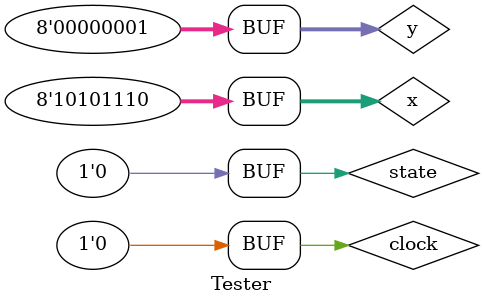
<source format=v>
`timescale 1ns / 1ps

module Tester();
    reg clock, state;
    reg [7:0] x, y;
    wire [15:0] out;

    Multiplier mult(
        .x(x),
        .y(y),
        .clock(clock),
        .state(state),
    
        .out(out)
    );
    
    initial begin
    //To test, set x and y to whatever 8-bit binary values you want to test, and run the simulation
        state = 0; clock = 0; x = 'h00; y = 'hAE;
        #50
        state = 1;
        #50
        clock = 1;
        #50
        clock = 0;
        #50
        state = 0;
        #50
        x = 'h01; y = 'hAE;
        #50
        state = 1;
        #50
        clock = 1;
        #50
        clock = 0;
        #50
        state = 0;
        #50
        x = 'hAE; y = 'h01;
        #50
        state = 1;
        #50
        clock = 1;
        #50
        clock = 0;
        #50
        state = 0;
    end

endmodule

</source>
